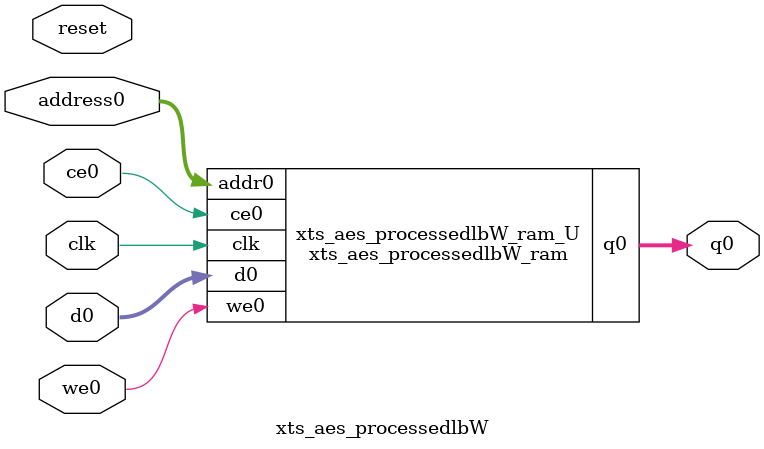
<source format=v>
`timescale 1 ns / 1 ps
module xts_aes_processedlbW_ram (addr0, ce0, d0, we0, q0,  clk);

parameter DWIDTH = 16;
parameter AWIDTH = 10;
parameter MEM_SIZE = 1024;

input[AWIDTH-1:0] addr0;
input ce0;
input[DWIDTH-1:0] d0;
input we0;
output reg[DWIDTH-1:0] q0;
input clk;

(* ram_style = "block" *)reg [DWIDTH-1:0] ram[0:MEM_SIZE-1];




always @(posedge clk)  
begin 
    if (ce0) 
    begin
        if (we0) 
        begin 
            ram[addr0] <= d0; 
        end 
        q0 <= ram[addr0];
    end
end


endmodule

`timescale 1 ns / 1 ps
module xts_aes_processedlbW(
    reset,
    clk,
    address0,
    ce0,
    we0,
    d0,
    q0);

parameter DataWidth = 32'd16;
parameter AddressRange = 32'd1024;
parameter AddressWidth = 32'd10;
input reset;
input clk;
input[AddressWidth - 1:0] address0;
input ce0;
input we0;
input[DataWidth - 1:0] d0;
output[DataWidth - 1:0] q0;



xts_aes_processedlbW_ram xts_aes_processedlbW_ram_U(
    .clk( clk ),
    .addr0( address0 ),
    .ce0( ce0 ),
    .we0( we0 ),
    .d0( d0 ),
    .q0( q0 ));

endmodule


</source>
